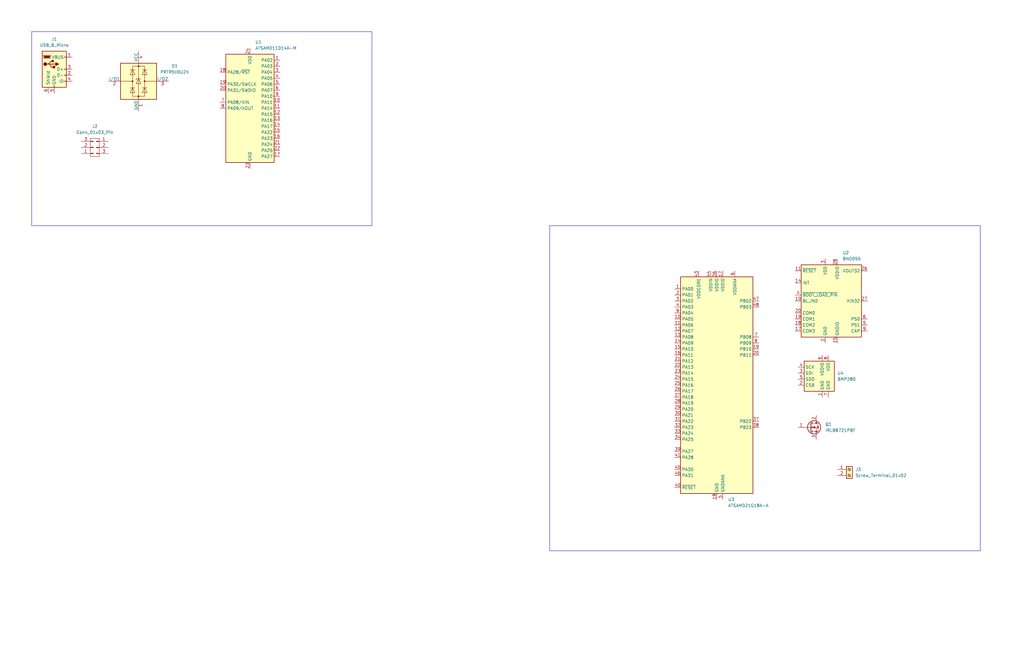
<source format=kicad_sch>
(kicad_sch (version 20231120) (generator "eeschema") (generator_version "8.0")
  (paper "USLedger")
  (title_block (title "Vanguard final") (company "TARC rocketry"))
  (lib_symbols
    (symbol "Connector:Conn_01x03_Pin" (pin_names (offset 1.016) hide)
      (property "Reference" "J" (at 0 5.08 0))
      (property "Value" "Conn_01x03_Pin" (at 0 -5.08 0))
      (symbol "Conn_01x03_Pin_1_1"
        (rectangle (start -2.54 3.81) (end 1.27 -3.81))
        (rectangle (start -2.1336 -0.127) (end -1.27 0.127) (stroke (width 0.1524)) (fill (type outline)))
        (rectangle (start -2.1336 2.413) (end -1.27 2.667) (stroke (width 0.1524)) (fill (type outline)))
        (rectangle (start -1.27 -2.667) (end -2.1336 -2.413) (stroke (width 0.1524)) (fill (type outline)))
        (polyline (pts (xy -2.54 -2.54) (xy -2.1336 -2.54)) (stroke (width 0.1524)))
        (polyline (pts (xy -2.54 0) (xy -2.1336 0)) (stroke (width 0.1524)))
        (polyline (pts (xy -2.54 2.54) (xy -2.1336 2.54)) (stroke (width 0.1524)))
        (polyline (pts (xy 1.27 -2.54) (xy 0.8636 -2.54)) (stroke (width 0.1524)))
        (polyline (pts (xy 1.27 0) (xy 0.8636 0)) (stroke (width 0.1524)))
        (polyline (pts (xy 1.27 2.54) (xy 0.8636 2.54)) (stroke (width 0.1524)))
        (rectangle (start 0 2.667) (end 0.8636 2.413) (stroke (width 0.1524)) (fill (type outline)))
        (rectangle (start 0.8636 -2.413) (end 0 -2.667) (stroke (width 0.1524)) (fill (type outline)))
        (rectangle (start 0.8636 0.127) (end 0 -0.127) (stroke (width 0.1524)) (fill (type outline)))
        (pin passive line (at -6.35 -2.54 0) (length 3.81) (name "Pin_1") (number "1"))
        (pin passive line (at 5.08 2.54 180) (length 3.81) (name "Pin_1") (number "1"))
        (pin passive line (at -6.35 0 0) (length 3.81) (name "Pin_2") (number "2"))
        (pin passive line (at 5.08 0 180) (length 3.81) (name "Pin_2") (number "2"))
        (pin passive line (at -6.35 2.54 0) (length 3.81) (name "Pin_3") (number "3"))
        (pin passive line (at 5.08 -2.54 180) (length 3.81) (name "Pin_3") (number "3"))
      )
    )
    (symbol "Connector:Screw_Terminal_01x02" (pin_names (offset 1.016) hide)
      (property "Reference" "J" (at 0 2.54 0))
      (property "Value" "Screw_Terminal_01x02" (at 0 -5.08 0))
      (symbol "Screw_Terminal_01x02_1_1"
        (rectangle (start -1.27 1.27) (end 1.27 -3.81) (stroke (width 0.254)) (fill (type background)))
        (circle (center 0 -2.54) (radius 0.635) (stroke (width 0.1524)))
        (polyline (pts (xy -0.5334 -2.2098) (xy 0.3302 -3.048)) (stroke (width 0.1524)))
        (polyline (pts (xy -0.5334 0.3302) (xy 0.3302 -0.508)) (stroke (width 0.1524)))
        (polyline (pts (xy -0.3556 -2.032) (xy 0.508 -2.8702)) (stroke (width 0.1524)))
        (polyline (pts (xy -0.3556 0.508) (xy 0.508 -0.3302)) (stroke (width 0.1524)))
        (circle (center 0 0) (radius 0.635) (stroke (width 0.1524)))
        (pin passive line (at -5.08 0 0) (length 3.81) (name "Pin_1") (number "1"))
        (pin passive line (at -5.08 -2.54 0) (length 3.81) (name "Pin_2") (number "2"))
      )
    )
    (symbol "Connector:USB_B_Micro" (pin_names (offset 1.016))
      (property "Reference" "J" (at -5.08 11.43 0))
      (property "Value" "USB_B_Micro" (at -5.08 8.89 0))
      (symbol "USB_B_Micro_0_1"
        (rectangle (start -5.08 -7.62) (end 5.08 7.62) (stroke (width 0.254)) (fill (type background)))
        (circle (center -3.81 2.159) (radius 0.635) (stroke (width 0.254)) (fill (type outline)))
        (circle (center -0.635 3.429) (radius 0.381) (stroke (width 0.254)) (fill (type outline)))
        (rectangle (start -0.127 -7.62) (end 0.127 -6.858))
        (polyline (pts (xy -1.905 2.159) (xy 0.635 2.159)) (stroke (width 0.254)))
        (polyline (pts (xy -3.175 2.159) (xy -2.54 2.159) (xy -1.27 3.429) (xy -0.635 3.429)) (stroke (width 0.254)))
        (polyline (pts (xy -2.54 2.159) (xy -1.905 2.159) (xy -1.27 0.889) (xy 0 0.889)) (stroke (width 0.254)))
        (polyline (pts (xy 0.635 2.794) (xy 0.635 1.524) (xy 1.905 2.159) (xy 0.635 2.794)) (stroke (width 0.254)) (fill (type outline)))
        (polyline (pts (xy -4.318 5.588) (xy -1.778 5.588) (xy -2.032 4.826) (xy -4.064 4.826) (xy -4.318 5.588)) (fill (type outline)))
        (polyline (pts (xy -4.699 5.842) (xy -4.699 5.588) (xy -4.445 4.826) (xy -4.445 4.572) (xy -1.651 4.572) (xy -1.651 4.826) (xy -1.397 5.588) (xy -1.397 5.842) (xy -4.699 5.842)))
        (rectangle (start 0.254 1.27) (end -0.508 0.508) (stroke (width 0.254)) (fill (type outline)))
        (rectangle (start 5.08 -5.207) (end 4.318 -4.953))
        (rectangle (start 5.08 -2.667) (end 4.318 -2.413))
        (rectangle (start 5.08 -0.127) (end 4.318 0.127))
        (rectangle (start 5.08 4.953) (end 4.318 5.207))
      )
      (symbol "USB_B_Micro_1_1"
        (pin power_out line (at 7.62 5.08 180) (length 2.54) (name "VBUS") (number "1"))
        (pin bidirectional line (at 7.62 -2.54 180) (length 2.54) (name "D-") (number "2"))
        (pin bidirectional line (at 7.62 0 180) (length 2.54) (name "D+") (number "3"))
        (pin passive line (at 7.62 -5.08 180) (length 2.54) (name "ID") (number "4"))
        (pin power_out line (at 0 -10.16 90) (length 2.54) (name "GND") (number "5"))
        (pin passive line (at -2.54 -10.16 90) (length 2.54) (name "Shield") (number "6"))
      )
    )
    (symbol "MCU_Microchip_SAMD:ATSAMD11D14A-M"
      (property "Reference" "U" (at -10.16 24.13 0))
      (property "Value" "ATSAMD11D14A-M" (at 1.27 24.13 0))
      (symbol "ATSAMD11D14A-M_0_1"
        (rectangle (start -10.16 22.86) (end 10.16 -22.86) (stroke (width 0.254)) (fill (type background)))
      )
      (symbol "ATSAMD11D14A-M_1_1"
        (pin bidirectional line (at 12.7 20.32 180) (length 2.54) (name "PA02") (number "1"))
        (pin bidirectional line (at 12.7 2.54 180) (length 2.54) (name "PA11") (number "10"))
        (pin bidirectional line (at 12.7 0 180) (length 2.54) (name "PA14") (number "11"))
        (pin bidirectional line (at 12.7 -2.54 180) (length 2.54) (name "PA15") (number "12"))
        (pin bidirectional line (at 12.7 -5.08 180) (length 2.54) (name "PA16") (number "13"))
        (pin bidirectional line (at 12.7 -7.62 180) (length 2.54) (name "PA17") (number "14"))
        (pin bidirectional line (at 12.7 -10.16 180) (length 2.54) (name "PA22") (number "15"))
        (pin bidirectional line (at 12.7 -12.7 180) (length 2.54) (name "PA23") (number "16"))
        (pin bidirectional line (at 12.7 -20.32 180) (length 2.54) (name "PA27") (number "17"))
        (pin bidirectional line (at -12.7 15.24 0) (length 2.54) (name "PA28/~{RST}") (number "18"))
        (pin bidirectional line (at -12.7 10.16 0) (length 2.54) (name "PA30/SWCLK") (number "19"))
        (pin bidirectional line (at 12.7 17.78 180) (length 2.54) (name "PA03") (number "2"))
        (pin bidirectional line (at -12.7 7.62 0) (length 2.54) (name "PA31/SWDIO") (number "20"))
        (pin bidirectional line (at 12.7 -15.24 180) (length 2.54) (name "PA24") (number "21"))
        (pin bidirectional line (at 12.7 -17.78 180) (length 2.54) (name "PA25") (number "22"))
        (pin power_in line (at 0 -25.4 90) (length 2.54) (name "GND") (number "23"))
        (pin power_in line (at 0 25.4 270) (length 2.54) (name "VDD") (number "24"))
        (pin bidirectional line (at 12.7 15.24 180) (length 2.54) (name "PA04") (number "3"))
        (pin bidirectional line (at 12.7 12.7 180) (length 2.54) (name "PA05") (number "4"))
        (pin bidirectional line (at 12.7 10.16 180) (length 2.54) (name "PA06") (number "5"))
        (pin bidirectional line (at 12.7 7.62 180) (length 2.54) (name "PA07") (number "6"))
        (pin bidirectional line (at -12.7 2.54 0) (length 2.54) (name "PA08/XIN") (number "7"))
        (pin bidirectional line (at -12.7 0 0) (length 2.54) (name "PA09/XOUT") (number "8"))
        (pin bidirectional line (at 12.7 5.08 180) (length 2.54) (name "PA10") (number "9"))
      )
    )
    (symbol "MCU_Microchip_SAMD:ATSAMD21G18A-A"
      (property "Reference" "U" (at -13.97 46.99 0))
      (property "Value" "ATSAMD21G18A-A" (at 16.51 46.99 0))
      (symbol "ATSAMD21G18A-A_0_1"
        (rectangle (start -15.24 45.72) (end 15.24 -45.72) (stroke (width 0.254)) (fill (type background)))
      )
      (symbol "ATSAMD21G18A-A_1_1"
        (pin bidirectional line (at -17.78 40.64 0) (length 2.54) (name "PA00") (number "1"))
        (pin bidirectional line (at -17.78 27.94 0) (length 2.54) (name "PA05") (number "10"))
        (pin bidirectional line (at -17.78 25.4 0) (length 2.54) (name "PA06") (number "11"))
        (pin bidirectional line (at -17.78 22.86 0) (length 2.54) (name "PA07") (number "12"))
        (pin bidirectional line (at -17.78 20.32 0) (length 2.54) (name "PA08") (number "13"))
        (pin bidirectional line (at -17.78 17.78 0) (length 2.54) (name "PA09") (number "14"))
        (pin bidirectional line (at -17.78 15.24 0) (length 2.54) (name "PA10") (number "15"))
        (pin bidirectional line (at -17.78 12.7 0) (length 2.54) (name "PA11") (number "16"))
        (pin power_in line (at 2.54 48.26 270) (length 2.54) (name "VDDIO") (number "17"))
        (pin power_in line (at 0 -48.26 90) (length 2.54) (name "GND") (number "18"))
        (pin bidirectional line (at 17.78 15.24 180) (length 2.54) (name "PB10") (number "19"))
        (pin bidirectional line (at -17.78 38.1 0) (length 2.54) (name "PA01") (number "2"))
        (pin bidirectional line (at 17.78 12.7 180) (length 2.54) (name "PB11") (number "20"))
        (pin bidirectional line (at -17.78 10.16 0) (length 2.54) (name "PA12") (number "21"))
        (pin bidirectional line (at -17.78 7.62 0) (length 2.54) (name "PA13") (number "22"))
        (pin bidirectional line (at -17.78 5.08 0) (length 2.54) (name "PA14") (number "23"))
        (pin bidirectional line (at -17.78 2.54 0) (length 2.54) (name "PA15") (number "24"))
        (pin bidirectional line (at -17.78 0 0) (length 2.54) (name "PA16") (number "25"))
        (pin bidirectional line (at -17.78 -2.54 0) (length 2.54) (name "PA17") (number "26"))
        (pin bidirectional line (at -17.78 -5.08 0) (length 2.54) (name "PA18") (number "27"))
        (pin bidirectional line (at -17.78 -7.62 0) (length 2.54) (name "PA19") (number "28"))
        (pin bidirectional line (at -17.78 -10.16 0) (length 2.54) (name "PA20") (number "29"))
        (pin bidirectional line (at -17.78 35.56 0) (length 2.54) (name "PA02") (number "3"))
        (pin bidirectional line (at -17.78 -12.7 0) (length 2.54) (name "PA21") (number "30"))
        (pin bidirectional line (at -17.78 -15.24 0) (length 2.54) (name "PA22") (number "31"))
        (pin bidirectional line (at -17.78 -17.78 0) (length 2.54) (name "PA23") (number "32"))
        (pin bidirectional line (at -17.78 -20.32 0) (length 2.54) (name "PA24") (number "33"))
        (pin bidirectional line (at -17.78 -22.86 0) (length 2.54) (name "PA25") (number "34"))
        (pin passive line (at 0 -48.26 90) (length 2.54) hide (name "GND") (number "35"))
        (pin power_in line (at 0 48.26 270) (length 2.54) (name "VDDIO") (number "36"))
        (pin bidirectional line (at 17.78 -15.24 180) (length 2.54) (name "PB22") (number "37"))
        (pin bidirectional line (at 17.78 -17.78 180) (length 2.54) (name "PB23") (number "38"))
        (pin bidirectional line (at -17.78 -27.94 0) (length 2.54) (name "PA27") (number "39"))
        (pin bidirectional line (at -17.78 33.02 0) (length 2.54) (name "PA03") (number "4"))
        (pin input line (at -17.78 -43.18 0) (length 2.54) (name "~{RESET}") (number "40"))
        (pin bidirectional line (at -17.78 -30.48 0) (length 2.54) (name "PA28") (number "41"))
        (pin passive line (at 0 -48.26 90) (length 2.54) hide (name "GND") (number "42"))
        (pin power_out line (at -7.62 48.26 270) (length 2.54) (name "VDDCORE") (number "43"))
        (pin power_in line (at -2.54 48.26 270) (length 2.54) (name "VDDIN") (number "44"))
        (pin bidirectional line (at -17.78 -35.56 0) (length 2.54) (name "PA30") (number "45"))
        (pin bidirectional line (at -17.78 -38.1 0) (length 2.54) (name "PA31") (number "46"))
        (pin bidirectional line (at 17.78 35.56 180) (length 2.54) (name "PB02") (number "47"))
        (pin bidirectional line (at 17.78 33.02 180) (length 2.54) (name "PB03") (number "48"))
        (pin power_in line (at 2.54 -48.26 90) (length 2.54) (name "GNDANA") (number "5"))
        (pin power_in line (at 7.62 48.26 270) (length 2.54) (name "VDDANA") (number "6"))
        (pin bidirectional line (at 17.78 20.32 180) (length 2.54) (name "PB08") (number "7"))
        (pin bidirectional line (at 17.78 17.78 180) (length 2.54) (name "PB09") (number "8"))
        (pin bidirectional line (at -17.78 30.48 0) (length 2.54) (name "PA04") (number "9"))
      )
    )
    (symbol "Power_Protection:PRTR5V0U2X" (pin_names (offset 0))
      (property "Reference" "D" (at 2.794 8.636 0))
      (property "Value" "PRTR5V0U2X" (at 8.128 -9.398 0))
      (symbol "PRTR5V0U2X_0_1"
        (rectangle (start -7.62 -7.62) (end 7.62 7.62) (stroke (width 0.254)) (fill (type background)))
        (circle (center -2.54 0) (radius 0.254) (fill (type outline)))
        (rectangle (start -2.54 6.35) (end 2.54 -6.35))
        (circle (center 0 -6.35) (radius 0.254) (fill (type outline)))
        (polyline (pts (xy -2.54 0) (xy -7.62 0)))
        (polyline (pts (xy -1.524 -2.794) (xy -3.556 -2.794)))
        (polyline (pts (xy -1.524 4.826) (xy -3.556 4.826)))
        (polyline (pts (xy 0 -7.62) (xy 0 7.62)))
        (polyline (pts (xy 1.524 -2.794) (xy 3.556 -2.794)))
        (polyline (pts (xy 1.524 4.826) (xy 3.556 4.826)))
        (polyline (pts (xy 2.54 0) (xy 7.62 0)))
        (polyline (pts (xy 1.016 1.016) (xy -1.016 1.016) (xy -1.016 0.508)))
        (polyline (pts (xy -3.556 -4.826) (xy -1.524 -4.826) (xy -2.54 -2.794) (xy -3.556 -4.826)))
        (polyline (pts (xy -3.556 2.794) (xy -1.524 2.794) (xy -2.54 4.826) (xy -3.556 2.794)))
        (polyline (pts (xy -1.016 -1.016) (xy 1.016 -1.016) (xy 0 1.016) (xy -1.016 -1.016)))
        (polyline (pts (xy 3.556 -4.826) (xy 1.524 -4.826) (xy 2.54 -2.794) (xy 3.556 -4.826)))
        (polyline (pts (xy 3.556 2.794) (xy 1.524 2.794) (xy 2.54 4.826) (xy 3.556 2.794)))
        (circle (center 0 6.35) (radius 0.254) (fill (type outline)))
        (circle (center 2.54 0) (radius 0.254) (fill (type outline)))
      )
      (symbol "PRTR5V0U2X_1_1"
        (pin passive line (at 0 -12.7 90) (length 5.08) (name "GND") (number "1"))
        (pin passive line (at -12.7 0 0) (length 5.08) (name "I/O1") (number "2"))
        (pin passive line (at 12.7 0 180) (length 5.08) (name "I/O2") (number "3"))
        (pin passive line (at 0 12.7 270) (length 5.08) (name "VCC") (number "4"))
      )
    )
    (symbol "Sensor_Motion:BNO055"
      (property "Reference" "U" (at -11.43 16.51 0))
      (property "Value" "BNO055" (at 12.7 16.51 0))
      (symbol "BNO055_0_1"
        (rectangle (start -12.7 15.24) (end 12.7 -15.24) (stroke (width 0.254)) (fill (type background)))
      )
      (symbol "BNO055_1_1"
        (pin no_connect line (at -12.7 10.16 0) (length 2.54) hide (name "PIN1") (number "1"))
        (pin output line (at -15.24 0 0) (length 2.54) (name "BL_IND") (number "10"))
        (pin input line (at -15.24 12.7 0) (length 2.54) (name "~{RESET}") (number "11"))
        (pin no_connect line (at 12.7 10.16 180) (length 2.54) hide (name "PIN12") (number "12"))
        (pin no_connect line (at 12.7 7.62 180) (length 2.54) hide (name "PIN13") (number "13"))
        (pin output line (at -15.24 7.62 0) (length 2.54) (name "INT") (number "14"))
        (pin power_in line (at 2.54 -17.78 90) (length 2.54) (name "GNDIO") (number "15"))
        (pin passive line (at 2.54 -17.78 90) (length 2.54) hide (name "GNDIO") (number "16"))
        (pin input line (at -15.24 -12.7 0) (length 2.54) (name "COM3") (number "17"))
        (pin passive line (at -15.24 -10.16 0) (length 2.54) (name "COM2") (number "18"))
        (pin bidirectional line (at -15.24 -7.62 0) (length 2.54) (name "COM1") (number "19"))
        (pin power_in line (at -2.54 -17.78 90) (length 2.54) (name "GND") (number "2"))
        (pin bidirectional line (at -15.24 -5.08 0) (length 2.54) (name "COM0") (number "20"))
        (pin no_connect line (at 12.7 5.08 180) (length 2.54) hide (name "PIN21") (number "21"))
        (pin no_connect line (at 12.7 2.54 180) (length 2.54) hide (name "PIN22") (number "22"))
        (pin no_connect line (at 12.7 -2.54 180) (length 2.54) hide (name "PIN23") (number "23"))
        (pin no_connect line (at 12.7 -5.08 180) (length 2.54) hide (name "PIN24") (number "24"))
        (pin passive line (at 2.54 -17.78 90) (length 2.54) hide (name "GNDIO") (number "25"))
        (pin output line (at 15.24 12.7 180) (length 2.54) (name "XOUT32") (number "26"))
        (pin input line (at 15.24 0 180) (length 2.54) (name "XIN32") (number "27"))
        (pin power_in line (at 2.54 17.78 270) (length 2.54) (name "VDDIO") (number "28"))
        (pin power_in line (at -2.54 17.78 270) (length 2.54) (name "VDD") (number "3"))
        (pin input line (at -15.24 2.54 0) (length 2.54) (name "~{BOOT_LOAD_PIN}") (number "4"))
        (pin input line (at 15.24 -10.16 180) (length 2.54) (name "PS1") (number "5"))
        (pin input line (at 15.24 -7.62 180) (length 2.54) (name "PS0") (number "6"))
        (pin no_connect line (at -12.7 5.08 0) (length 2.54) hide (name "PIN7") (number "7"))
        (pin no_connect line (at -12.7 -2.54 0) (length 2.54) hide (name "PIN8") (number "8"))
        (pin passive line (at 15.24 -12.7 180) (length 2.54) (name "CAP") (number "9"))
      )
    )
    (symbol "Sensor_Pressure:BMP280"
      (property "Reference" "U" (at -7.62 10.16 0))
      (property "Value" "BMP280" (at 5.08 10.16 0))
      (symbol "BMP280_0_1"
        (rectangle (start -7.62 -5.08) (end 5.08 7.62) (stroke (width 0.254)) (fill (type background)))
      )
      (symbol "BMP280_1_1"
        (pin power_in line (at 0 -7.62 90) (length 2.54) (name "GND") (number "1"))
        (pin input line (at -10.16 -2.54 0) (length 2.54) (name "CSB") (number "2"))
        (pin bidirectional line (at -10.16 2.54 0) (length 2.54) (name "SDI") (number "3"))
        (pin input line (at -10.16 5.08 0) (length 2.54) (name "SCK") (number "4"))
        (pin bidirectional line (at -10.16 0 0) (length 2.54) (name "SDO") (number "5"))
        (pin power_in line (at 0 10.16 270) (length 2.54) (name "VDDIO") (number "6"))
        (pin power_in line (at 2.54 -7.62 90) (length 2.54) (name "GND") (number "7"))
        (pin power_in line (at 2.54 10.16 270) (length 2.54) (name "VDD") (number "8"))
      )
    )
    (symbol "Transistor_FET:IRLB8721PBF" (pin_names hide)
      (property "Reference" "Q" (at 5.08 1.905 0))
      (property "Value" "IRLB8721PBF" (at 5.08 0 0))
      (symbol "IRLB8721PBF_0_1"
        (polyline (pts (xy 0.254 0) (xy -2.54 0)))
        (polyline (pts (xy 0.254 1.905) (xy 0.254 -1.905)) (stroke (width 0.254)))
        (polyline (pts (xy 0.762 -1.27) (xy 0.762 -2.286)) (stroke (width 0.254)))
        (polyline (pts (xy 0.762 0.508) (xy 0.762 -0.508)) (stroke (width 0.254)))
        (polyline (pts (xy 0.762 2.286) (xy 0.762 1.27)) (stroke (width 0.254)))
        (polyline (pts (xy 2.54 2.54) (xy 2.54 1.778)))
        (polyline (pts (xy 2.54 -2.54) (xy 2.54 0) (xy 0.762 0)))
        (polyline (pts (xy 0.762 -1.778) (xy 3.302 -1.778) (xy 3.302 1.778) (xy 0.762 1.778)))
        (polyline (pts (xy 1.016 0) (xy 2.032 0.381) (xy 2.032 -0.381) (xy 1.016 0)) (fill (type outline)))
        (polyline (pts (xy 2.794 0.508) (xy 2.921 0.381) (xy 3.683 0.381) (xy 3.81 0.254)))
        (polyline (pts (xy 3.302 0.381) (xy 2.921 -0.254) (xy 3.683 -0.254) (xy 3.302 0.381)))
        (circle (center 1.651 0) (radius 2.794) (stroke (width 0.254)))
        (circle (center 2.54 -1.778) (radius 0.254) (fill (type outline)))
        (circle (center 2.54 1.778) (radius 0.254) (fill (type outline)))
      )
      (symbol "IRLB8721PBF_1_1"
        (pin input line (at -5.08 0 0) (length 2.54) (name "G") (number "1"))
        (pin passive line (at 2.54 5.08 270) (length 2.54) (name "D") (number "2"))
        (pin passive line (at 2.54 -5.08 90) (length 2.54) (name "S") (number "3"))
      )
    )
  )
  (rectangle (start 231.775 95.25) (end 413.385 232.41))
  (rectangle (start 13.335 13.335) (end 156.845 95.25))
  (rectangle (start 12.065 12.7) (end 12.065 12.7))
  (symbol (lib_id "Sensor_Pressure:BMP280") (at 346.71 160.02 0) (unit 1)
    (property "Reference" "U4" (at 353.06 157.4799 0) (effects (justify left)))
    (property "Value" "BMP280" (at 353.06 160.0199 0) (effects (justify left)))
    (property "Footprint" "Package_LGA:Bosch_LGA-8_2x2.5mm_P0.65mm_ClockwisePinNumbering" (effects (hide yes)))
    (property "Datasheet" "https://ae-bst.resource.bosch.com/media/_tech/media/datasheets/BST-BMP280-DS001.pdf" (effects (hide yes)))
    (property "Description" "Absolute Barometric Pressure Sensor, LGA-8" (effects (hide yes)))
  )
  (symbol (lib_id "Transistor_FET:IRLB8721PBF") (at 341.63 180.34 0) (unit 1)
    (property "Reference" "Q1" (at 347.98 179.0699 0) (effects (justify left)))
    (property "Value" "IRLB8721PBF" (at 347.98 181.6099 0) (effects (justify left)))
    (property "Footprint" "Package_TO_SOT_THT:TO-220-3_Vertical" (effects (hide yes)))
    (property "Datasheet" "http://www.infineon.com/dgdl/irlb8721pbf.pdf?fileId=5546d462533600a40153566056732591" (effects (hide yes)))
    (property "Description" "62A Id, 30V Vds, 8.7 mOhm Rds, N-Channel HEXFET Power MOSFET, TO-220" (effects (hide yes)))
  )
  (symbol (lib_id "MCU_Microchip_SAMD:ATSAMD11D14A-M") (at 105.41 45.72 0) (unit 1)
    (property "Reference" "U1" (at 107.6041 17.78 0) (effects (justify left)))
    (property "Value" "ATSAMD11D14A-M" (at 107.6041 20.32 0) (effects (justify left)))
    (property "Footprint" "Package_DFN_QFN:QFN-24-1EP_4x4mm_P0.5mm_EP2.6x2.6mm" (effects (hide yes)))
    (property "Datasheet" "http://ww1.microchip.com/downloads/en/DeviceDoc/Atmel-42363-SAM-D11_Datasheet.pdf" (effects (hide yes)))
    (property "Description" "ARM Cortex-M0+ MCU, 48MHz, 16KB Flash, 4KB RAM, 1.6-3.6V, 22 GPIO, QFN-24" (effects (hide yes)))
  )
  (symbol (lib_id "Connector:USB_B_Micro") (at 22.86 29.21 0) (unit 1)
    (property "Reference" "J1" (at 22.86 16.51 0))
    (property "Value" "USB_B_Micro" (at 22.86 19.05 0))
    (property "Description" "USB Micro Type B connector" (effects (hide yes)))
  )
  (symbol (lib_id "Power_Protection:PRTR5V0U2X") (at 58.42 34.29 0) (unit 1)
    (property "Reference" "D1" (at 73.66 27.8698 0))
    (property "Value" "PRTR5V0U2X" (at 73.66 30.4098 0))
    (property "Footprint" "Package_TO_SOT_SMD:SOT-143" (effects (hide yes)))
    (property "Datasheet" "https://assets.nexperia.com/documents/data-sheet/PRTR5V0U2X.pdf" (effects (hide yes)))
    (property "Description" "Ultra low capacitance double rail-to-rail ESD protection diode, SOT-143" (effects (hide yes)))
  )
  (symbol (lib_id "Connector:Screw_Terminal_01x02") (at 358.14 198.12 0) (unit 1)
    (property "Reference" "J3" (at 360.68 198.1199 0) (effects (justify left)))
    (property "Value" "Screw_Terminal_01x02" (at 360.68 200.6599 0) (effects (justify left)))
    (property "Description" "Generic screw terminal, single row, 01x02, script generated (kicad-library-utils/schlib/autogen/connector/)" (effects (hide yes)))
  )
  (symbol (lib_id "Connector:Conn_01x03_Pin") (at 40.64 62.23 0) (unit 1)
    (property "Reference" "J2" (at 40.005 53.34 0))
    (property "Value" "Conn_01x03_Pin" (at 40.005 55.88 0))
    (property "Description" "Generic connector, single row, 01x03, script generated" (effects (hide yes)))
  )
  (symbol (lib_id "MCU_Microchip_SAMD:ATSAMD21G18A-A") (at 302.26 162.56 0) (unit 1)
    (property "Reference" "U3" (at 306.9941 210.82 0) (effects (justify left)))
    (property "Value" "ATSAMD21G18A-A" (at 306.9941 213.36 0) (effects (justify left)))
    (property "Footprint" "Package_QFP:TQFP-48_7x7mm_P0.5mm" (effects (hide yes)))
    (property "Datasheet" "http://ww1.microchip.com/downloads/en/DeviceDoc/SAM_D21_DA1_Family_Data%20Sheet_DS40001882E.pdf" (effects (hide yes)))
    (property "Description" "SAM D21 Microchip SMART ARM-based Flash MCU, 48Mhz, 256K Flash, 32K SRAM, TQFP-48" (effects (hide yes)))
  )
  (symbol (lib_id "Sensor_Motion:BNO055") (at 350.52 127 0) (unit 1)
    (property "Reference" "U2" (at 355.2541 106.68 0) (effects (justify left)))
    (property "Value" "BNO055" (at 355.2541 109.22 0) (effects (justify left)))
    (property "Footprint" "Package_LGA:LGA-28_5.2x3.8mm_P0.5mm" (effects (hide yes)))
    (property "Datasheet" "https://www.bosch-sensortec.com/media/boschsensortec/downloads/datasheets/bst-bno055-ds000.pdf" (effects (hide yes)))
    (property "Description" "Intelligent 9-axis absolute orientation sensor, LGA-28" (effects (hide yes)))
  )
)
</source>
